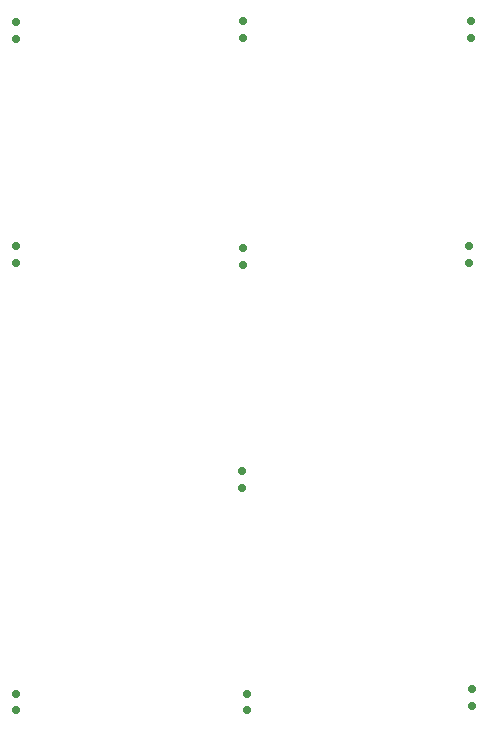
<source format=gbr>
%TF.GenerationSoftware,KiCad,Pcbnew,9.0.6*%
%TF.CreationDate,2025-12-08T11:04:57+13:00*%
%TF.ProjectId,hacropad,68616372-6f70-4616-942e-6b696361645f,rev?*%
%TF.SameCoordinates,Original*%
%TF.FileFunction,Paste,Bot*%
%TF.FilePolarity,Positive*%
%FSLAX46Y46*%
G04 Gerber Fmt 4.6, Leading zero omitted, Abs format (unit mm)*
G04 Created by KiCad (PCBNEW 9.0.6) date 2025-12-08 11:04:57*
%MOMM*%
%LPD*%
G01*
G04 APERTURE LIST*
G04 Aperture macros list*
%AMRoundRect*
0 Rectangle with rounded corners*
0 $1 Rounding radius*
0 $2 $3 $4 $5 $6 $7 $8 $9 X,Y pos of 4 corners*
0 Add a 4 corners polygon primitive as box body*
4,1,4,$2,$3,$4,$5,$6,$7,$8,$9,$2,$3,0*
0 Add four circle primitives for the rounded corners*
1,1,$1+$1,$2,$3*
1,1,$1+$1,$4,$5*
1,1,$1+$1,$6,$7*
1,1,$1+$1,$8,$9*
0 Add four rect primitives between the rounded corners*
20,1,$1+$1,$2,$3,$4,$5,0*
20,1,$1+$1,$4,$5,$6,$7,0*
20,1,$1+$1,$6,$7,$8,$9,0*
20,1,$1+$1,$8,$9,$2,$3,0*%
G04 Aperture macros list end*
%ADD10RoundRect,0.150000X-0.200000X0.150000X-0.200000X-0.150000X0.200000X-0.150000X0.200000X0.150000X0*%
G04 APERTURE END LIST*
D10*
%TO.C,D8*%
X119460000Y-114437500D03*
X119460000Y-113037500D03*
%TD*%
%TO.C,D10*%
X158060000Y-114090000D03*
X158060000Y-112690000D03*
%TD*%
%TO.C,D9*%
X139010000Y-114437500D03*
X139010000Y-113037500D03*
%TD*%
%TO.C,D5*%
X138710000Y-76752500D03*
X138710000Y-75352500D03*
%TD*%
%TO.C,D1*%
X119520000Y-57582500D03*
X119520000Y-56182500D03*
%TD*%
%TO.C,D7*%
X138610000Y-95640000D03*
X138610000Y-94240000D03*
%TD*%
%TO.C,D2*%
X138660000Y-57530000D03*
X138660000Y-56130000D03*
%TD*%
%TO.C,D6*%
X157860000Y-76590000D03*
X157860000Y-75190000D03*
%TD*%
%TO.C,D3*%
X157980000Y-57500000D03*
X157980000Y-56100000D03*
%TD*%
%TO.C,D4*%
X119520000Y-76562500D03*
X119520000Y-75162500D03*
%TD*%
M02*

</source>
